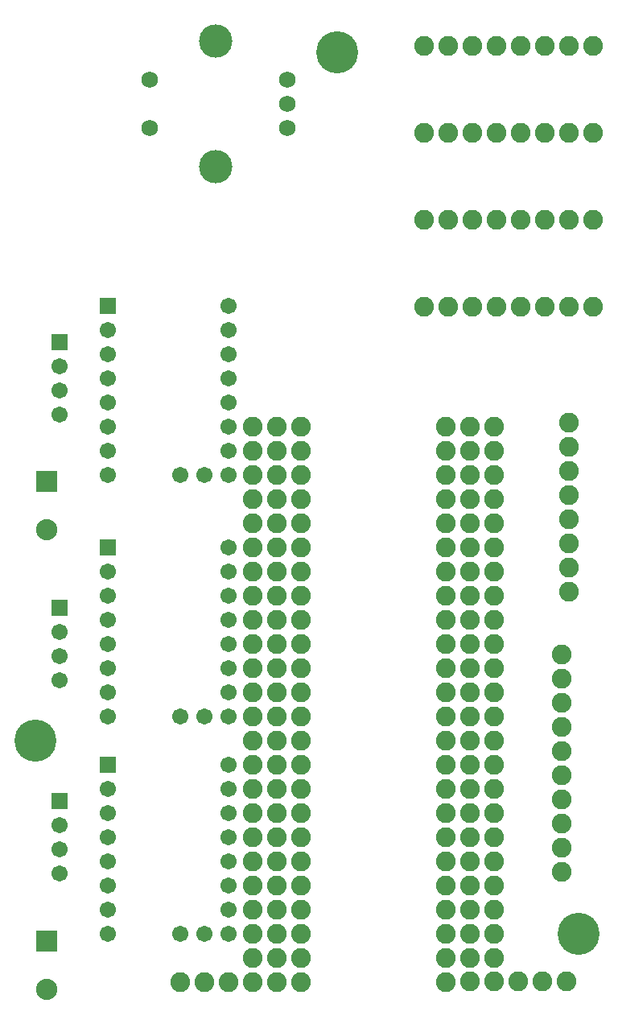
<source format=gbr>
G04 EAGLE Gerber RS-274X export*
G75*
%MOMM*%
%FSLAX34Y34*%
%LPD*%
%INSoldermask Bottom*%
%IPPOS*%
%AMOC8*
5,1,8,0,0,1.08239X$1,22.5*%
G01*
G04 Define Apertures*
%ADD10C,1.711200*%
%ADD11R,1.711200X1.711200*%
%ADD12C,2.082800*%
%ADD13R,2.235200X2.235200*%
%ADD14C,2.235200*%
%ADD15C,1.727200*%
%ADD16C,3.505200*%
%ADD17C,4.419600*%
D10*
X-114300Y266700D03*
X-114300Y241300D03*
X-114300Y215900D03*
X-114300Y190500D03*
X-114300Y165100D03*
X-114300Y139700D03*
X-114300Y114300D03*
X-114300Y88900D03*
D11*
X-241300Y266700D03*
D10*
X-241300Y241300D03*
X-241300Y215900D03*
X-241300Y190500D03*
X-241300Y165100D03*
X-241300Y139700D03*
X-241300Y114300D03*
X-241300Y88900D03*
X-139700Y88900D03*
X-165100Y88900D03*
X-114300Y749300D03*
X-114300Y723900D03*
X-114300Y698500D03*
X-114300Y673100D03*
X-114300Y647700D03*
X-114300Y622300D03*
X-114300Y596900D03*
X-114300Y571500D03*
D11*
X-241300Y749300D03*
D10*
X-241300Y723900D03*
X-241300Y698500D03*
X-241300Y673100D03*
X-241300Y647700D03*
X-241300Y622300D03*
X-241300Y596900D03*
X-241300Y571500D03*
X-139700Y571500D03*
X-165100Y571500D03*
D12*
X-88900Y622300D03*
X-63500Y622300D03*
X-88900Y596900D03*
X-63500Y596900D03*
X-88900Y571500D03*
X-63500Y571500D03*
X-88900Y546100D03*
X-63500Y546100D03*
X-88900Y520700D03*
X-63500Y520700D03*
X-88900Y495300D03*
X-63500Y495300D03*
X-88900Y469900D03*
X-63500Y469900D03*
X-88900Y444500D03*
X-63500Y444500D03*
X-88900Y419100D03*
X-63500Y419100D03*
X-88900Y393700D03*
X-63500Y393700D03*
X165100Y419100D03*
X139700Y419100D03*
X165100Y444500D03*
X139700Y444500D03*
X165100Y469900D03*
X139700Y469900D03*
X165100Y495300D03*
X139700Y495300D03*
X165100Y520700D03*
X139700Y520700D03*
X165100Y546100D03*
X139700Y546100D03*
X165100Y571500D03*
X139700Y571500D03*
X165100Y596900D03*
X139700Y596900D03*
X165100Y622300D03*
X139700Y622300D03*
X-165100Y38100D03*
X-139700Y38100D03*
X-114300Y38100D03*
X-88900Y38100D03*
X-63500Y38100D03*
D13*
X-306070Y563920D03*
D14*
X-306070Y513920D03*
D12*
X243151Y625818D03*
X243151Y600418D03*
X243151Y575018D03*
X243151Y549618D03*
X243151Y524218D03*
X243151Y498818D03*
X243151Y473418D03*
X243151Y448018D03*
X139700Y38608D03*
X165100Y38608D03*
X190500Y38608D03*
X215900Y38608D03*
X241300Y38608D03*
D13*
X-306070Y80480D03*
D14*
X-306070Y30480D03*
D12*
X165100Y63500D03*
X165100Y88900D03*
X165100Y114300D03*
X165100Y139700D03*
X165100Y165100D03*
X165100Y190500D03*
X165100Y215900D03*
X165100Y241300D03*
X165100Y266700D03*
X165100Y292100D03*
X165100Y317500D03*
X165100Y342900D03*
X165100Y368300D03*
X139700Y368300D03*
X139700Y342900D03*
X139700Y317500D03*
X139700Y292100D03*
X139700Y266700D03*
X139700Y241300D03*
X139700Y215900D03*
X139700Y190500D03*
X139700Y165100D03*
X139700Y139700D03*
X139700Y114300D03*
X139700Y88900D03*
X139700Y63500D03*
X-88900Y368300D03*
X-63500Y368300D03*
X-88900Y342900D03*
X-63500Y342900D03*
X-88900Y317500D03*
X-63500Y317500D03*
X-88900Y292100D03*
X-63500Y292100D03*
X-88900Y266700D03*
X-63500Y266700D03*
X-88900Y241300D03*
X-63500Y241300D03*
X-88900Y215900D03*
X-63500Y215900D03*
X-88900Y190500D03*
X-63500Y190500D03*
X-88900Y165100D03*
X-63500Y165100D03*
X-88900Y139700D03*
X-63500Y139700D03*
D15*
X-53030Y961390D03*
X-197810Y986790D03*
D16*
X-127960Y1027430D03*
X-127960Y895350D03*
D15*
X-197810Y935990D03*
X-53030Y986790D03*
X-53030Y935990D03*
D12*
X-38100Y368300D03*
X-38100Y342900D03*
X-38100Y317500D03*
X-38100Y292100D03*
X-38100Y266700D03*
X-38100Y241300D03*
X-38100Y215900D03*
X-38100Y190500D03*
X-38100Y165100D03*
X-38100Y139700D03*
X-38100Y114300D03*
X-38100Y88900D03*
X-38100Y63500D03*
X-38100Y38100D03*
X114300Y368300D03*
X114300Y342900D03*
X114300Y317500D03*
X114300Y292100D03*
X114300Y266700D03*
X114300Y241300D03*
X114300Y215900D03*
X114300Y190500D03*
X114300Y165100D03*
X114300Y139700D03*
X114300Y114300D03*
X114300Y88900D03*
X114300Y63500D03*
X114300Y38100D03*
X114300Y419100D03*
X114300Y444500D03*
X114300Y469900D03*
X114300Y495300D03*
X114300Y520700D03*
X114300Y546100D03*
X114300Y571500D03*
X114300Y596900D03*
X114300Y622300D03*
X-38100Y622300D03*
X-38100Y596900D03*
X-38100Y571500D03*
X-38100Y546100D03*
X-38100Y520700D03*
X-38100Y495300D03*
X-38100Y469900D03*
X-38100Y444500D03*
X-38100Y419100D03*
X-38100Y393700D03*
X114300Y393700D03*
X-88900Y63500D03*
X-63500Y63500D03*
X-88900Y114300D03*
X-63500Y114300D03*
X91440Y1022350D03*
X116840Y1022350D03*
X142240Y1022350D03*
X167640Y1022350D03*
X193040Y1022350D03*
X218440Y1022350D03*
X243840Y1022350D03*
X269240Y1022350D03*
X91440Y930910D03*
X116840Y930910D03*
X142240Y930910D03*
X167640Y930910D03*
X193040Y930910D03*
X218440Y930910D03*
X243840Y930910D03*
X269240Y930910D03*
X91440Y839470D03*
X116840Y839470D03*
X142240Y839470D03*
X167640Y839470D03*
X193040Y839470D03*
X218440Y839470D03*
X243840Y839470D03*
X269240Y839470D03*
X90969Y748030D03*
X116369Y748030D03*
X141769Y748030D03*
X167169Y748030D03*
X192569Y748030D03*
X217969Y748030D03*
X243369Y748030D03*
X268769Y748030D03*
D10*
X-114300Y495300D03*
X-114300Y469900D03*
X-114300Y444500D03*
X-114300Y419100D03*
X-114300Y393700D03*
X-114300Y368300D03*
X-114300Y342900D03*
X-114300Y317500D03*
D11*
X-241300Y495300D03*
D10*
X-241300Y469900D03*
X-241300Y444500D03*
X-241300Y419100D03*
X-241300Y393700D03*
X-241300Y368300D03*
X-241300Y342900D03*
X-241300Y317500D03*
X-139700Y317500D03*
X-165100Y317500D03*
D12*
X-88900Y88900D03*
X-63500Y88900D03*
D11*
X-292100Y228600D03*
D10*
X-292100Y203200D03*
X-292100Y177800D03*
X-292100Y152400D03*
D11*
X-292100Y431800D03*
D10*
X-292100Y406400D03*
X-292100Y381000D03*
X-292100Y355600D03*
D11*
X-292100Y711200D03*
D10*
X-292100Y685800D03*
X-292100Y660400D03*
X-292100Y635000D03*
D12*
X139700Y393700D03*
X165100Y393700D03*
X236220Y153670D03*
X236220Y179070D03*
X236220Y204470D03*
X236220Y229870D03*
X236220Y255270D03*
X236220Y280670D03*
X236220Y306070D03*
X236220Y331470D03*
X236220Y356870D03*
X236220Y382270D03*
D17*
X254000Y88900D03*
X0Y1016000D03*
X-317500Y292100D03*
M02*

</source>
